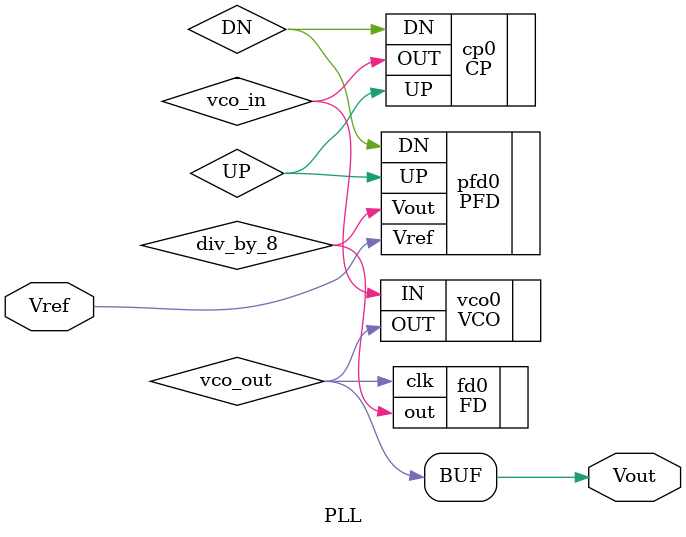
<source format=v>
module PLL(
    input Vref,
    output wire Vout
);

wire div_by_8;
wire vco_in,vco_out;
wire UP,DN;
assign Vout = vco_out;
PFD pfd0(.Vref(Vref),.Vout(div_by_8),.UP(UP),.DN(DN));
VCO vco0(.IN(vco_in),.OUT(vco_out));
CP cp0(.UP(UP),.DN(DN),.OUT(vco_in));
FD fd0(.clk(vco_out),.out(div_by_8));
endmodule

</source>
